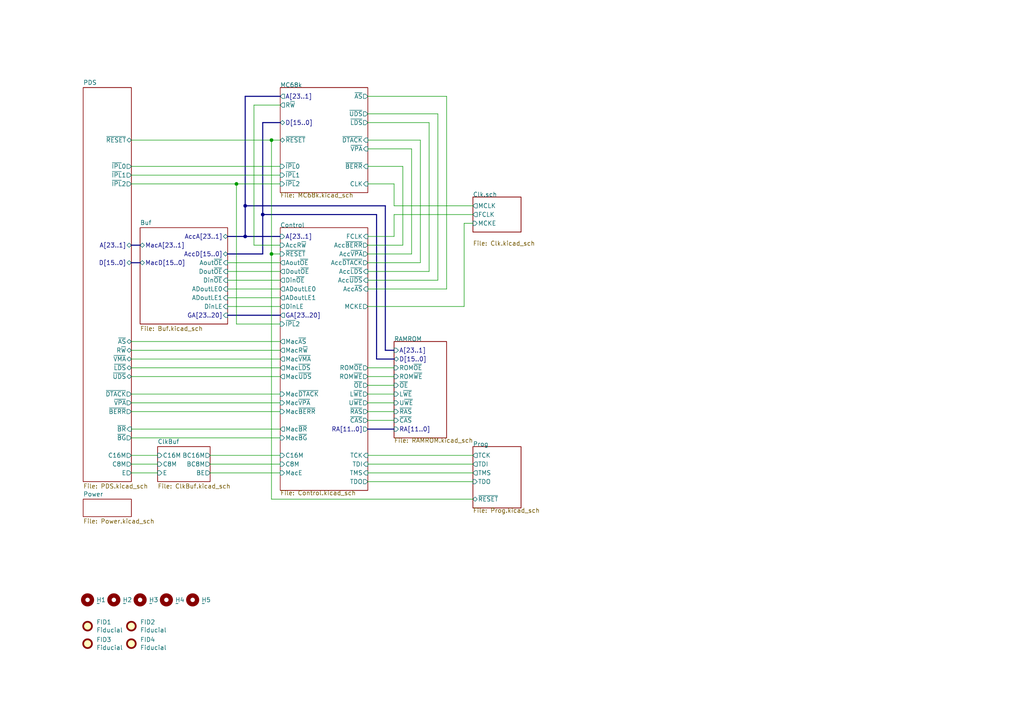
<source format=kicad_sch>
(kicad_sch (version 20231120) (generator "eeschema") (generator_version "8.0")
  (paper "A4")
  (title_block (title "WarpSE (GW4410A)") (date "2024-04-23") (rev "1.0") (company "Garrett's Workshop"))
  (lib_symbols
    (symbol "Mechanical:Fiducial"
      (property "Reference" "FID" (at 0 5.08 0))
      (property "Value" "Fiducial" (at 0 3.175 0))
      (symbol "Fiducial_0_1"
        (circle (center 0 0) (radius 1.27) (stroke (width 0.508)) (fill (type background)))
      )
    )
    (symbol "Mechanical:MountingHole" (pin_names (offset 1.016))
      (property "Reference" "H" (at 0 5.08 0))
      (property "Value" "MountingHole" (at 0 3.175 0))
      (symbol "MountingHole_0_1"
        (circle (center 0 0) (radius 1.27) (stroke (width 1.27)))
      )
    )
  )
  (junction (at 78.74 73.66))
  (junction (at 71.12 59.69))
  (junction (at 68.58 53.34))
  (junction (at 71.12 68.58))
  (junction (at 76.2 62.23))
  (junction (at 78.74 40.64))
  (bus (pts (xy 71.12 27.94) (xy 71.12 59.69)))
  (wire (pts (xy 66.04 83.82) (xy 81.28 83.82)))
  (wire (pts (xy 38.1 137.16) (xy 45.72 137.16)))
  (wire (pts (xy 129.54 27.94) (xy 129.54 83.82)))
  (bus (pts (xy 109.22 62.23) (xy 76.2 62.23)))
  (wire (pts (xy 106.68 134.62) (xy 137.16 134.62)))
  (bus (pts (xy 71.12 59.69) (xy 71.12 68.58)))
  (wire (pts (xy 68.58 53.34) (xy 81.28 53.34)))
  (wire (pts (xy 106.68 27.94) (xy 129.54 27.94)))
  (wire (pts (xy 106.68 73.66) (xy 119.38 73.66)))
  (wire (pts (xy 78.74 40.64) (xy 81.28 40.64)))
  (wire (pts (xy 106.68 35.56) (xy 124.46 35.56)))
  (wire (pts (xy 73.66 30.48) (xy 81.28 30.48)))
  (wire (pts (xy 106.68 88.9) (xy 134.62 88.9)))
  (wire (pts (xy 66.04 78.74) (xy 81.28 78.74)))
  (wire (pts (xy 127 81.28) (xy 106.68 81.28)))
  (wire (pts (xy 106.68 109.22) (xy 114.3 109.22)))
  (wire (pts (xy 78.74 73.66) (xy 81.28 73.66)))
  (wire (pts (xy 38.1 50.8) (xy 81.28 50.8)))
  (wire (pts (xy 38.1 104.14) (xy 81.28 104.14)))
  (wire (pts (xy 124.46 35.56) (xy 124.46 78.74)))
  (wire (pts (xy 106.68 137.16) (xy 137.16 137.16)))
  (bus (pts (xy 38.1 76.2) (xy 40.64 76.2)))
  (wire (pts (xy 60.96 137.16) (xy 81.28 137.16)))
  (wire (pts (xy 38.1 116.84) (xy 81.28 116.84)))
  (wire (pts (xy 81.28 93.98) (xy 68.58 93.98)))
  (wire (pts (xy 106.68 33.02) (xy 127 33.02)))
  (wire (pts (xy 68.58 53.34) (xy 68.58 93.98)))
  (bus (pts (xy 81.28 35.56) (xy 76.2 35.56)))
  (wire (pts (xy 66.04 76.2) (xy 81.28 76.2)))
  (bus (pts (xy 114.3 104.14) (xy 109.22 104.14)))
  (wire (pts (xy 106.68 121.92) (xy 114.3 121.92)))
  (bus (pts (xy 111.76 101.6) (xy 114.3 101.6)))
  (bus (pts (xy 66.04 91.44) (xy 81.28 91.44)))
  (wire (pts (xy 38.1 119.38) (xy 81.28 119.38)))
  (bus (pts (xy 71.12 68.58) (xy 81.28 68.58)))
  (bus (pts (xy 76.2 73.66) (xy 66.04 73.66)))
  (bus (pts (xy 38.1 71.12) (xy 40.64 71.12)))
  (wire (pts (xy 38.1 114.3) (xy 81.28 114.3)))
  (wire (pts (xy 38.1 124.46) (xy 81.28 124.46)))
  (wire (pts (xy 38.1 53.34) (xy 68.58 53.34)))
  (bus (pts (xy 71.12 59.69) (xy 111.76 59.69)))
  (wire (pts (xy 38.1 127) (xy 81.28 127)))
  (wire (pts (xy 106.68 114.3) (xy 114.3 114.3)))
  (wire (pts (xy 119.38 43.18) (xy 119.38 73.66)))
  (wire (pts (xy 38.1 48.26) (xy 81.28 48.26)))
  (wire (pts (xy 114.3 62.23) (xy 137.16 62.23)))
  (wire (pts (xy 106.68 119.38) (xy 114.3 119.38)))
  (wire (pts (xy 38.1 134.62) (xy 45.72 134.62)))
  (wire (pts (xy 106.68 43.18) (xy 119.38 43.18)))
  (bus (pts (xy 106.68 124.46) (xy 114.3 124.46)))
  (wire (pts (xy 73.66 30.48) (xy 73.66 71.12)))
  (wire (pts (xy 60.96 132.08) (xy 81.28 132.08)))
  (wire (pts (xy 114.3 53.34) (xy 114.3 59.69)))
  (wire (pts (xy 106.68 68.58) (xy 114.3 68.58)))
  (wire (pts (xy 106.68 139.7) (xy 137.16 139.7)))
  (wire (pts (xy 116.84 71.12) (xy 106.68 71.12)))
  (bus (pts (xy 111.76 59.69) (xy 111.76 101.6)))
  (wire (pts (xy 73.66 71.12) (xy 81.28 71.12)))
  (wire (pts (xy 137.16 64.77) (xy 134.62 64.77)))
  (wire (pts (xy 78.74 73.66) (xy 78.74 144.78)))
  (wire (pts (xy 38.1 99.06) (xy 81.28 99.06)))
  (wire (pts (xy 106.68 111.76) (xy 114.3 111.76)))
  (wire (pts (xy 66.04 86.36) (xy 81.28 86.36)))
  (wire (pts (xy 121.92 40.64) (xy 121.92 76.2)))
  (wire (pts (xy 60.96 134.62) (xy 81.28 134.62)))
  (wire (pts (xy 106.68 132.08) (xy 137.16 132.08)))
  (bus (pts (xy 81.28 27.94) (xy 71.12 27.94)))
  (wire (pts (xy 106.68 48.26) (xy 116.84 48.26)))
  (wire (pts (xy 38.1 40.64) (xy 78.74 40.64)))
  (bus (pts (xy 71.12 68.58) (xy 66.04 68.58)))
  (wire (pts (xy 106.68 116.84) (xy 114.3 116.84)))
  (wire (pts (xy 129.54 83.82) (xy 106.68 83.82)))
  (wire (pts (xy 114.3 62.23) (xy 114.3 68.58)))
  (wire (pts (xy 106.68 106.68) (xy 114.3 106.68)))
  (wire (pts (xy 124.46 78.74) (xy 106.68 78.74)))
  (bus (pts (xy 109.22 62.23) (xy 109.22 104.14)))
  (wire (pts (xy 116.84 48.26) (xy 116.84 71.12)))
  (wire (pts (xy 38.1 106.68) (xy 81.28 106.68)))
  (wire (pts (xy 38.1 101.6) (xy 81.28 101.6)))
  (wire (pts (xy 66.04 88.9) (xy 81.28 88.9)))
  (wire (pts (xy 78.74 144.78) (xy 137.16 144.78)))
  (wire (pts (xy 134.62 64.77) (xy 134.62 88.9)))
  (wire (pts (xy 78.74 40.64) (xy 78.74 73.66)))
  (wire (pts (xy 106.68 40.64) (xy 121.92 40.64)))
  (bus (pts (xy 76.2 35.56) (xy 76.2 62.23)))
  (bus (pts (xy 76.2 62.23) (xy 76.2 73.66)))
  (wire (pts (xy 127 33.02) (xy 127 81.28)))
  (wire (pts (xy 38.1 132.08) (xy 45.72 132.08)))
  (wire (pts (xy 114.3 59.69) (xy 137.16 59.69)))
  (wire (pts (xy 38.1 109.22) (xy 81.28 109.22)))
  (wire (pts (xy 66.04 81.28) (xy 81.28 81.28)))
  (wire (pts (xy 114.3 53.34) (xy 106.68 53.34)))
  (wire (pts (xy 121.92 76.2) (xy 106.68 76.2)))
  (symbol (lib_id "Mechanical:MountingHole") (at 55.88 173.99 0) (unit 1)
    (property "Reference" "H5" (at 58.42 173.99 0) (effects (justify left)))
    (property "Value" "~" (at 58.42 175.006 0) (effects (justify left)))
    (property "Footprint" "stdpads:PasteHole_1.152mm_NPTH" (effects (hide yes)))
  )
  (symbol (lib_id "Mechanical:Fiducial") (at 25.4 181.61 0) (unit 1)
    (property "Reference" "FID1" (at 27.94 180.4416 0) (effects (justify left)))
    (property "Value" "Fiducial" (at 27.94 182.753 0) (effects (justify left)))
    (property "Footprint" "stdpads:Fiducial" (effects (hide yes)))
  )
  (symbol (lib_id "Mechanical:Fiducial") (at 38.1 181.61 0) (unit 1)
    (property "Reference" "FID2" (at 40.64 180.4416 0) (effects (justify left)))
    (property "Value" "Fiducial" (at 40.64 182.753 0) (effects (justify left)))
    (property "Footprint" "stdpads:Fiducial" (effects (hide yes)))
  )
  (symbol (lib_id "Mechanical:Fiducial") (at 25.4 186.69 0) (unit 1)
    (property "Reference" "FID3" (at 27.94 185.5216 0) (effects (justify left)))
    (property "Value" "Fiducial" (at 27.94 187.833 0) (effects (justify left)))
    (property "Footprint" "stdpads:Fiducial" (effects (hide yes)))
  )
  (symbol (lib_id "Mechanical:Fiducial") (at 38.1 186.69 0) (unit 1)
    (property "Reference" "FID4" (at 40.64 185.5216 0) (effects (justify left)))
    (property "Value" "Fiducial" (at 40.64 187.833 0) (effects (justify left)))
    (property "Footprint" "stdpads:Fiducial" (effects (hide yes)))
  )
  (symbol (lib_id "Mechanical:MountingHole") (at 25.4 173.99 0) (unit 1)
    (property "Reference" "H1" (at 27.94 173.99 0) (effects (justify left)))
    (property "Value" "~" (at 27.94 175.006 0) (effects (justify left)))
    (property "Footprint" "stdpads:PasteHole_1.152mm_NPTH" (effects (hide yes)))
  )
  (symbol (lib_id "Mechanical:MountingHole") (at 33.02 173.99 0) (unit 1)
    (property "Reference" "H2" (at 35.56 173.99 0) (effects (justify left)))
    (property "Value" "~" (at 35.56 175.006 0) (effects (justify left)))
    (property "Footprint" "stdpads:PasteHole_1.152mm_NPTH" (effects (hide yes)))
  )
  (symbol (lib_id "Mechanical:MountingHole") (at 40.64 173.99 0) (unit 1)
    (property "Reference" "H3" (at 43.18 173.99 0) (effects (justify left)))
    (property "Value" "~" (at 43.18 175.006 0) (effects (justify left)))
    (property "Footprint" "stdpads:PasteHole_1.152mm_NPTH" (effects (hide yes)))
  )
  (symbol (lib_id "Mechanical:MountingHole") (at 48.26 173.99 0) (unit 1)
    (property "Reference" "H4" (at 50.8 173.99 0) (effects (justify left)))
    (property "Value" "~" (at 50.8 175.006 0) (effects (justify left)))
    (property "Footprint" "stdpads:PasteHole_1.152mm_NPTH" (effects (hide yes)))
  )
  (sheet (at 24.13 25.4) (size 13.97 114.3)
    (property "Sheetname" "PDS" (at 24.13 24.6884 0) (effects (justify left bottom)))
    (property "Sheetfile" "PDS.kicad_sch" (at 24.13 140.2846 0) (effects (justify left top)))
    (pin "A[23..1]" bidirectional (at 38.1 71.12 0))
    (pin "D[15..0]" bidirectional (at 38.1 76.2 0))
    (pin "~{AS}" bidirectional (at 38.1 99.06 0))
    (pin "~{LDS}" bidirectional (at 38.1 106.68 0))
    (pin "~{UDS}" bidirectional (at 38.1 109.22 0))
    (pin "R~{W}" bidirectional (at 38.1 101.6 0))
    (pin "~{VMA}" bidirectional (at 38.1 104.14 0))
    (pin "~{VPA}" output (at 38.1 116.84 0))
    (pin "~{DTACK}" output (at 38.1 114.3 0))
    (pin "~{RESET}" bidirectional (at 38.1 40.64 0))
    (pin "~{IPL}0" output (at 38.1 48.26 0))
    (pin "~{IPL}1" output (at 38.1 50.8 0))
    (pin "~{IPL}2" output (at 38.1 53.34 0))
    (pin "~{BERR}" output (at 38.1 119.38 0))
    (pin "E" output (at 38.1 137.16 0))
    (pin "C8M" output (at 38.1 134.62 0))
    (pin "C16M" output (at 38.1 132.08 0))
    (pin "~{BG}" output (at 38.1 127 0))
    (pin "~{BR}" input (at 38.1 124.46 0))
  )
  (sheet (at 81.28 66.04) (size 25.4 76.2)
    (property "Sheetname" "Control" (at 81.28 66.04 0) (effects (justify left bottom)))
    (property "Sheetfile" "Control.kicad_sch" (at 81.28 142.24 0) (effects (justify left top)))
    (pin "~{RESET}" input (at 81.28 73.66 180))
    (pin "FCLK" input (at 106.68 68.58 0))
    (pin "Mac~{AS}" output (at 81.28 99.06 180))
    (pin "Mac~{VMA}" output (at 81.28 104.14 180))
    (pin "Mac~{DTACK}" input (at 81.28 114.3 180))
    (pin "Mac~{VPA}" input (at 81.28 116.84 180))
    (pin "Mac~{BERR}" input (at 81.28 119.38 180))
    (pin "MacE" input (at 81.28 137.16 180))
    (pin "C8M" input (at 81.28 134.62 180))
    (pin "C16M" input (at 81.28 132.08 180))
    (pin "Acc~{DTACK}" output (at 106.68 76.2 0))
    (pin "Acc~{BERR}" output (at 106.68 71.12 0))
    (pin "Acc~{UDS}" input (at 106.68 81.28 0))
    (pin "Acc~{LDS}" input (at 106.68 78.74 0))
    (pin "Acc~{AS}" input (at 106.68 83.82 0))
    (pin "~{OE}" output (at 106.68 111.76 0))
    (pin "Mac~{UDS}" output (at 81.28 109.22 180))
    (pin "Mac~{LDS}" output (at 81.28 106.68 180))
    (pin "Acc~{VPA}" output (at 106.68 73.66 0))
    (pin "AccR~{W}" input (at 81.28 71.12 180))
    (pin "L~{WE}" output (at 106.68 114.3 0))
    (pin "U~{WE}" output (at 106.68 116.84 0))
    (pin "~{RAS}" output (at 106.68 119.38 0))
    (pin "~{CAS}" output (at 106.68 121.92 0))
    (pin "ROM~{OE}" output (at 106.68 106.68 0))
    (pin "DinLE" output (at 81.28 88.9 180))
    (pin "Dout~{OE}" output (at 81.28 78.74 180))
    (pin "Aout~{OE}" output (at 81.28 76.2 180))
    (pin "Din~{OE}" output (at 81.28 81.28 180))
    (pin "RA[11..0]" output (at 106.68 124.46 0))
    (pin "A[23..1]" input (at 81.28 68.58 180))
    (pin "ADoutLE0" output (at 81.28 83.82 180))
    (pin "ADoutLE1" output (at 81.28 86.36 180))
    (pin "ROM~{WE}" output (at 106.68 109.22 0))
    (pin "TDI" input (at 106.68 134.62 0))
    (pin "TMS" input (at 106.68 137.16 0))
    (pin "TCK" input (at 106.68 132.08 0))
    (pin "TDO" output (at 106.68 139.7 0))
    (pin "Mac~{BR}" output (at 81.28 124.46 180))
    (pin "Mac~{BG}" input (at 81.28 127 180))
    (pin "~{IPL}2" input (at 81.28 93.98 180))
    (pin "MCKE" output (at 106.68 88.9 0))
    (pin "GA[23..20]" output (at 81.28 91.44 180))
    (pin "MacR~{W}" output (at 81.28 101.6 180))
  )
  (sheet (at 114.3 99.06) (size 15.24 27.94)
    (property "Sheetname" "RAMROM" (at 114.3 99.06 0) (effects (justify left bottom)))
    (property "Sheetfile" "RAMROM.kicad_sch" (at 114.3 127 0) (effects (justify left top)))
    (pin "~{RAS}" input (at 114.3 119.38 180))
    (pin "D[15..0]" bidirectional (at 114.3 104.14 180))
    (pin "~{CAS}" input (at 114.3 121.92 180))
    (pin "~{OE}" input (at 114.3 111.76 180))
    (pin "RA[11..0]" input (at 114.3 124.46 180))
    (pin "L~{WE}" input (at 114.3 114.3 180))
    (pin "U~{WE}" input (at 114.3 116.84 180))
    (pin "ROM~{OE}" input (at 114.3 106.68 180))
    (pin "A[23..1]" input (at 114.3 101.6 180))
    (pin "ROM~{WE}" input (at 114.3 109.22 180))
  )
  (sheet (at 81.28 25.4) (size 25.4 30.48)
    (property "Sheetname" "MC68k" (at 81.28 25.4 0) (effects (justify left bottom)))
    (property "Sheetfile" "MC68k.kicad_sch" (at 81.28 55.88 0) (effects (justify left top)))
    (pin "A[23..1]" output (at 81.28 27.94 180))
    (pin "D[15..0]" bidirectional (at 81.28 35.56 180))
    (pin "~{AS}" output (at 106.68 27.94 0))
    (pin "R~{W}" output (at 81.28 30.48 180))
    (pin "~{LDS}" output (at 106.68 35.56 0))
    (pin "~{UDS}" output (at 106.68 33.02 0))
    (pin "~{DTACK}" input (at 106.68 40.64 0))
    (pin "~{VPA}" input (at 106.68 43.18 0))
    (pin "~{RESET}" bidirectional (at 81.28 40.64 180))
    (pin "~{BERR}" input (at 106.68 48.26 0))
    (pin "~{IPL}0" input (at 81.28 48.26 180))
    (pin "~{IPL}1" input (at 81.28 50.8 180))
    (pin "~{IPL}2" input (at 81.28 53.34 180))
    (pin "CLK" input (at 106.68 53.34 0))
  )
  (sheet (at 40.64 66.04) (size 25.4 27.94)
    (property "Sheetname" "Buf" (at 40.64 65.3284 0) (effects (justify left bottom)))
    (property "Sheetfile" "Buf.kicad_sch" (at 40.64 94.5646 0) (effects (justify left top)))
    (pin "AccA[23..1]" bidirectional (at 66.04 68.58 0))
    (pin "MacA[23..1]" bidirectional (at 40.64 71.12 180))
    (pin "AccD[15..0]" bidirectional (at 66.04 73.66 0))
    (pin "MacD[15..0]" bidirectional (at 40.64 76.2 180))
    (pin "Dout~{OE}" input (at 66.04 78.74 0))
    (pin "Din~{OE}" input (at 66.04 81.28 0))
    (pin "DinLE" input (at 66.04 88.9 0))
    (pin "Aout~{OE}" input (at 66.04 76.2 0))
    (pin "ADoutLE0" input (at 66.04 83.82 0))
    (pin "ADoutLE1" input (at 66.04 86.36 0))
    (pin "GA[23..20]" input (at 66.04 91.44 0))
  )
  (sheet (at 137.16 57.15) (size 13.97 10.16)
    (property "Sheetname" "Clk.sch" (at 137.16 57.15 0) (effects (justify left bottom)))
    (property "Sheetfile" "Clk.kicad_sch" (at 137.16 69.85 0) (effects (justify left top)))
    (pin "MCLK" output (at 137.16 59.69 180))
    (pin "FCLK" output (at 137.16 62.23 180))
    (pin "MCKE" input (at 137.16 64.77 180))
  )
  (sheet (at 137.16 129.54) (size 13.97 17.78)
    (property "Sheetname" "Prog" (at 137.16 129.54 0) (effects (justify left bottom)))
    (property "Sheetfile" "Prog.kicad_sch" (at 137.16 147.32 0) (effects (justify left top)))
    (pin "TCK" output (at 137.16 132.08 180))
    (pin "TDI" output (at 137.16 134.62 180))
    (pin "TMS" output (at 137.16 137.16 180))
    (pin "TDO" input (at 137.16 139.7 180))
    (pin "~{RESET}" tri_state (at 137.16 144.78 180))
  )
  (sheet (at 24.13 144.78) (size 13.97 5.08)
    (property "Sheetname" "Power" (at 24.13 144.0684 0) (effects (justify left bottom)))
    (property "Sheetfile" "Power.kicad_sch" (at 24.13 150.4446 0) (effects (justify left top)))
  )
  (sheet (at 45.72 129.54) (size 15.24 10.16) (stroke (width 0.1524))
    (property "Sheetname" "ClkBuf" (at 45.72 128.8284 0) (effects (justify left bottom)))
    (property "Sheetfile" "ClkBuf.kicad_sch" (at 45.72 140.2846 0) (effects (justify left top)))
    (pin "BC16M" output (at 60.96 132.08 0))
    (pin "C16M" input (at 45.72 132.08 180))
    (pin "BE" output (at 60.96 137.16 0))
    (pin "E" input (at 45.72 137.16 180))
    (pin "BC8M" output (at 60.96 134.62 0))
    (pin "C8M" input (at 45.72 134.62 180))
  )
)
</source>
